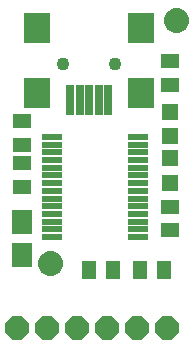
<source format=gbr>
G04 EAGLE Gerber RS-274X export*
G75*
%MOMM*%
%FSLAX34Y34*%
%LPD*%
%INSoldermask Top*%
%IPPOS*%
%AMOC8*
5,1,8,0,0,1.08239X$1,22.5*%
G01*
%ADD10R,2.203200X2.603200*%
%ADD11R,0.703200X2.511200*%
%ADD12C,1.103200*%
%ADD13R,1.703200X0.603200*%
%ADD14R,1.703200X2.153200*%
%ADD15R,1.603200X1.303200*%
%ADD16R,1.403200X1.403200*%
%ADD17R,1.303200X1.603200*%
%ADD18P,2.144431X8X112.500000*%

G36*
X161812Y274000D02*
X161812Y274000D01*
X161855Y274012D01*
X161921Y274019D01*
X163604Y274470D01*
X163645Y274489D01*
X163708Y274508D01*
X165288Y275245D01*
X165325Y275271D01*
X165384Y275300D01*
X166812Y276300D01*
X166843Y276332D01*
X166896Y276371D01*
X168129Y277604D01*
X168154Y277640D01*
X168200Y277688D01*
X169200Y279116D01*
X169218Y279157D01*
X169255Y279212D01*
X169992Y280792D01*
X170003Y280835D01*
X170030Y280896D01*
X170481Y282579D01*
X170483Y282611D01*
X170490Y282632D01*
X170490Y282647D01*
X170500Y282688D01*
X170652Y284425D01*
X170648Y284469D01*
X170652Y284535D01*
X170500Y286272D01*
X170488Y286315D01*
X170481Y286381D01*
X170030Y288064D01*
X170011Y288105D01*
X169992Y288168D01*
X169255Y289748D01*
X169229Y289785D01*
X169200Y289844D01*
X168200Y291272D01*
X168168Y291303D01*
X168129Y291356D01*
X166896Y292589D01*
X166860Y292614D01*
X166812Y292660D01*
X165384Y293660D01*
X165343Y293678D01*
X165288Y293715D01*
X163708Y294452D01*
X163665Y294463D01*
X163604Y294490D01*
X161921Y294941D01*
X161876Y294944D01*
X161812Y294960D01*
X160075Y295112D01*
X160031Y295108D01*
X159965Y295112D01*
X158228Y294960D01*
X158185Y294948D01*
X158119Y294941D01*
X156436Y294490D01*
X156395Y294471D01*
X156332Y294452D01*
X154752Y293715D01*
X154715Y293689D01*
X154656Y293660D01*
X153228Y292660D01*
X153197Y292628D01*
X153144Y292589D01*
X151911Y291356D01*
X151886Y291320D01*
X151840Y291272D01*
X150840Y289844D01*
X150822Y289803D01*
X150785Y289748D01*
X150048Y288168D01*
X150037Y288125D01*
X150010Y288064D01*
X149559Y286381D01*
X149556Y286336D01*
X149540Y286272D01*
X149388Y284535D01*
X149392Y284491D01*
X149388Y284425D01*
X149540Y282688D01*
X149552Y282645D01*
X149556Y282611D01*
X149556Y282595D01*
X149558Y282590D01*
X149559Y282579D01*
X150010Y280896D01*
X150029Y280855D01*
X150048Y280792D01*
X150785Y279212D01*
X150811Y279175D01*
X150840Y279116D01*
X151840Y277688D01*
X151872Y277657D01*
X151911Y277604D01*
X153144Y276371D01*
X153180Y276346D01*
X153228Y276300D01*
X154656Y275300D01*
X154697Y275282D01*
X154752Y275245D01*
X156332Y274508D01*
X156375Y274497D01*
X156436Y274470D01*
X158119Y274019D01*
X158164Y274016D01*
X158228Y274000D01*
X159965Y273848D01*
X160009Y273852D01*
X160075Y273848D01*
X161812Y274000D01*
G37*
G36*
X55132Y68260D02*
X55132Y68260D01*
X55175Y68272D01*
X55241Y68279D01*
X56924Y68730D01*
X56965Y68749D01*
X57028Y68768D01*
X58608Y69505D01*
X58645Y69531D01*
X58704Y69560D01*
X60132Y70560D01*
X60163Y70592D01*
X60216Y70631D01*
X61449Y71864D01*
X61474Y71900D01*
X61520Y71948D01*
X62520Y73376D01*
X62538Y73417D01*
X62575Y73472D01*
X63312Y75052D01*
X63323Y75095D01*
X63350Y75156D01*
X63801Y76839D01*
X63803Y76871D01*
X63810Y76892D01*
X63810Y76907D01*
X63820Y76948D01*
X63972Y78685D01*
X63968Y78729D01*
X63972Y78795D01*
X63820Y80532D01*
X63808Y80575D01*
X63801Y80641D01*
X63350Y82324D01*
X63331Y82365D01*
X63312Y82428D01*
X62575Y84008D01*
X62549Y84045D01*
X62520Y84104D01*
X61520Y85532D01*
X61488Y85563D01*
X61449Y85616D01*
X60216Y86849D01*
X60180Y86874D01*
X60132Y86920D01*
X58704Y87920D01*
X58663Y87938D01*
X58608Y87975D01*
X57028Y88712D01*
X56985Y88723D01*
X56924Y88750D01*
X55241Y89201D01*
X55196Y89204D01*
X55132Y89220D01*
X53395Y89372D01*
X53351Y89368D01*
X53285Y89372D01*
X51548Y89220D01*
X51505Y89208D01*
X51439Y89201D01*
X49756Y88750D01*
X49715Y88731D01*
X49652Y88712D01*
X48072Y87975D01*
X48035Y87949D01*
X47976Y87920D01*
X46548Y86920D01*
X46517Y86888D01*
X46464Y86849D01*
X45231Y85616D01*
X45206Y85580D01*
X45160Y85532D01*
X44160Y84104D01*
X44142Y84063D01*
X44105Y84008D01*
X43368Y82428D01*
X43357Y82385D01*
X43330Y82324D01*
X42879Y80641D01*
X42876Y80596D01*
X42860Y80532D01*
X42708Y78795D01*
X42712Y78751D01*
X42708Y78685D01*
X42860Y76948D01*
X42872Y76905D01*
X42876Y76871D01*
X42876Y76855D01*
X42878Y76850D01*
X42879Y76839D01*
X43330Y75156D01*
X43349Y75115D01*
X43368Y75052D01*
X44105Y73472D01*
X44131Y73435D01*
X44160Y73376D01*
X45160Y71948D01*
X45192Y71917D01*
X45231Y71864D01*
X46464Y70631D01*
X46500Y70606D01*
X46548Y70560D01*
X47976Y69560D01*
X48017Y69542D01*
X48072Y69505D01*
X49652Y68768D01*
X49695Y68757D01*
X49756Y68730D01*
X51439Y68279D01*
X51484Y68276D01*
X51548Y68260D01*
X53285Y68108D01*
X53329Y68112D01*
X53395Y68108D01*
X55132Y68260D01*
G37*
D10*
X130106Y222810D03*
D11*
X102106Y217170D03*
X94106Y217170D03*
X86106Y217170D03*
X78106Y217170D03*
X70106Y217170D03*
D10*
X130106Y277810D03*
X42106Y222810D03*
X42106Y277810D03*
D12*
X108106Y247810D03*
X64106Y247810D03*
D13*
X127436Y101260D03*
X127436Y107760D03*
X127436Y114260D03*
X127436Y120760D03*
X127436Y127260D03*
X127436Y133760D03*
X127436Y140260D03*
X127436Y146760D03*
X127436Y153260D03*
X127436Y159760D03*
X127436Y166260D03*
X127436Y172760D03*
X127436Y179260D03*
X127436Y185760D03*
X54936Y185760D03*
X54936Y179260D03*
X54936Y172760D03*
X54936Y166260D03*
X54936Y159760D03*
X54936Y153260D03*
X54936Y146760D03*
X54936Y140260D03*
X54936Y133760D03*
X54936Y127260D03*
X54936Y120760D03*
X54936Y114260D03*
X54936Y107760D03*
X54936Y101260D03*
D14*
X29210Y113826D03*
X29210Y86326D03*
D15*
X28956Y143670D03*
X28956Y163670D03*
X29464Y179230D03*
X29464Y199230D03*
D16*
X154686Y167980D03*
X154686Y146980D03*
X154686Y186350D03*
X154686Y207350D03*
D15*
X154686Y250030D03*
X154686Y230030D03*
X154686Y106840D03*
X154686Y126840D03*
D17*
X86266Y73660D03*
X106266Y73660D03*
D18*
X25146Y24130D03*
X50546Y24130D03*
X75946Y24130D03*
X101346Y24130D03*
X126746Y24130D03*
X152146Y24130D03*
D17*
X149446Y73660D03*
X129446Y73660D03*
M02*

</source>
